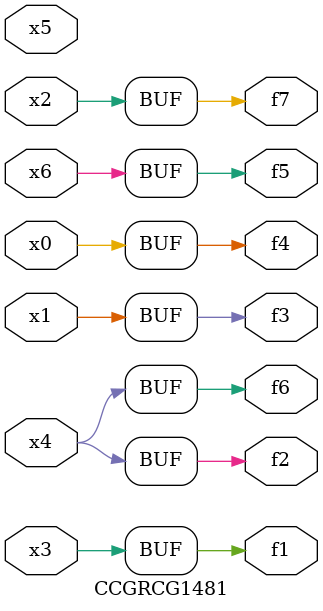
<source format=v>
module CCGRCG1481(
	input x0, x1, x2, x3, x4, x5, x6,
	output f1, f2, f3, f4, f5, f6, f7
);
	assign f1 = x3;
	assign f2 = x4;
	assign f3 = x1;
	assign f4 = x0;
	assign f5 = x6;
	assign f6 = x4;
	assign f7 = x2;
endmodule

</source>
